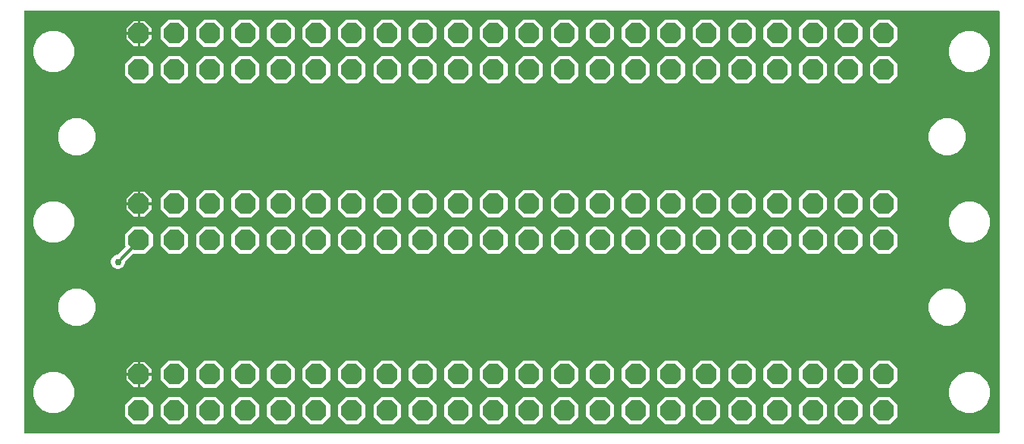
<source format=gbl>
G04 EAGLE Gerber RS-274X export*
G75*
%MOMM*%
%FSLAX34Y34*%
%LPD*%
%INBottom Copper*%
%IPPOS*%
%AMOC8*
5,1,8,0,0,1.08239X$1,22.5*%
G01*
%ADD10P,2.474344X8X202.500000*%
%ADD11P,2.474344X8X22.500000*%
%ADD12C,0.304800*%
%ADD13C,0.756400*%

G36*
X1093490Y5084D02*
X1093490Y5084D01*
X1093509Y5082D01*
X1093611Y5104D01*
X1093713Y5120D01*
X1093730Y5130D01*
X1093750Y5134D01*
X1093839Y5187D01*
X1093930Y5236D01*
X1093944Y5250D01*
X1093961Y5260D01*
X1094028Y5339D01*
X1094100Y5414D01*
X1094108Y5432D01*
X1094121Y5447D01*
X1094160Y5543D01*
X1094203Y5637D01*
X1094205Y5657D01*
X1094213Y5675D01*
X1094231Y5842D01*
X1094231Y476758D01*
X1094228Y476778D01*
X1094230Y476797D01*
X1094208Y476899D01*
X1094192Y477001D01*
X1094182Y477018D01*
X1094178Y477038D01*
X1094125Y477127D01*
X1094076Y477218D01*
X1094062Y477232D01*
X1094052Y477249D01*
X1093973Y477316D01*
X1093898Y477388D01*
X1093880Y477396D01*
X1093865Y477409D01*
X1093769Y477448D01*
X1093675Y477491D01*
X1093655Y477493D01*
X1093637Y477501D01*
X1093470Y477519D01*
X5842Y477519D01*
X5822Y477516D01*
X5803Y477518D01*
X5701Y477496D01*
X5599Y477480D01*
X5582Y477470D01*
X5562Y477466D01*
X5473Y477413D01*
X5382Y477364D01*
X5368Y477350D01*
X5351Y477340D01*
X5284Y477261D01*
X5212Y477186D01*
X5204Y477168D01*
X5191Y477153D01*
X5152Y477057D01*
X5109Y476963D01*
X5107Y476943D01*
X5099Y476925D01*
X5081Y476758D01*
X5081Y5842D01*
X5084Y5822D01*
X5082Y5803D01*
X5104Y5701D01*
X5120Y5599D01*
X5130Y5582D01*
X5134Y5562D01*
X5187Y5473D01*
X5236Y5382D01*
X5250Y5368D01*
X5260Y5351D01*
X5339Y5284D01*
X5414Y5212D01*
X5432Y5204D01*
X5447Y5191D01*
X5543Y5152D01*
X5637Y5109D01*
X5657Y5107D01*
X5675Y5099D01*
X5842Y5081D01*
X1093470Y5081D01*
X1093490Y5084D01*
G37*
%LPC*%
G36*
X1056157Y408939D02*
X1056157Y408939D01*
X1047754Y412420D01*
X1041324Y418850D01*
X1037843Y427253D01*
X1037843Y436347D01*
X1041324Y444750D01*
X1047754Y451180D01*
X1056157Y454661D01*
X1065251Y454661D01*
X1073654Y451180D01*
X1080084Y444750D01*
X1083565Y436347D01*
X1083565Y427253D01*
X1080084Y418850D01*
X1073654Y412420D01*
X1065251Y408939D01*
X1056157Y408939D01*
G37*
%LPD*%
%LPC*%
G36*
X33045Y408939D02*
X33045Y408939D01*
X24642Y412420D01*
X18212Y418850D01*
X14731Y427253D01*
X14731Y436347D01*
X18212Y444750D01*
X24642Y451180D01*
X33045Y454661D01*
X42139Y454661D01*
X50542Y451180D01*
X56972Y444750D01*
X60453Y436347D01*
X60453Y427253D01*
X56972Y418850D01*
X50542Y412420D01*
X42139Y408939D01*
X33045Y408939D01*
G37*
%LPD*%
%LPC*%
G36*
X33045Y27939D02*
X33045Y27939D01*
X24642Y31420D01*
X18212Y37850D01*
X14731Y46253D01*
X14731Y55347D01*
X18212Y63750D01*
X24642Y70180D01*
X33045Y73661D01*
X42139Y73661D01*
X50542Y70180D01*
X56972Y63750D01*
X60453Y55347D01*
X60453Y46253D01*
X56972Y37850D01*
X50542Y31420D01*
X42139Y27939D01*
X33045Y27939D01*
G37*
%LPD*%
%LPC*%
G36*
X1056157Y27939D02*
X1056157Y27939D01*
X1047754Y31420D01*
X1041324Y37850D01*
X1037843Y46253D01*
X1037843Y55347D01*
X1041324Y63750D01*
X1047754Y70180D01*
X1056157Y73661D01*
X1065251Y73661D01*
X1073654Y70180D01*
X1080084Y63750D01*
X1083565Y55347D01*
X1083565Y46253D01*
X1080084Y37850D01*
X1073654Y31420D01*
X1065251Y27939D01*
X1056157Y27939D01*
G37*
%LPD*%
%LPC*%
G36*
X1056157Y218439D02*
X1056157Y218439D01*
X1047754Y221920D01*
X1041324Y228350D01*
X1037843Y236753D01*
X1037843Y245847D01*
X1041324Y254250D01*
X1047754Y260680D01*
X1056157Y264161D01*
X1065251Y264161D01*
X1073654Y260680D01*
X1080084Y254250D01*
X1083565Y245847D01*
X1083565Y236753D01*
X1080084Y228350D01*
X1073654Y221920D01*
X1065251Y218439D01*
X1056157Y218439D01*
G37*
%LPD*%
%LPC*%
G36*
X33045Y218439D02*
X33045Y218439D01*
X24642Y221920D01*
X18212Y228350D01*
X14731Y236753D01*
X14731Y245847D01*
X18212Y254250D01*
X24642Y260680D01*
X33045Y264161D01*
X42139Y264161D01*
X50542Y260680D01*
X56972Y254250D01*
X60453Y245847D01*
X60453Y236753D01*
X56972Y228350D01*
X50542Y221920D01*
X42139Y218439D01*
X33045Y218439D01*
G37*
%LPD*%
%LPC*%
G36*
X59357Y315721D02*
X59357Y315721D01*
X51701Y318892D01*
X45842Y324751D01*
X42671Y332407D01*
X42671Y340693D01*
X45842Y348349D01*
X51701Y354208D01*
X59357Y357379D01*
X67643Y357379D01*
X75299Y354208D01*
X81158Y348349D01*
X84329Y340693D01*
X84329Y332407D01*
X81158Y324751D01*
X75299Y318892D01*
X67643Y315721D01*
X59357Y315721D01*
G37*
%LPD*%
%LPC*%
G36*
X59357Y125221D02*
X59357Y125221D01*
X51701Y128392D01*
X45842Y134251D01*
X42671Y141907D01*
X42671Y150193D01*
X45842Y157849D01*
X51701Y163708D01*
X59357Y166879D01*
X67643Y166879D01*
X75299Y163708D01*
X81158Y157849D01*
X84329Y150193D01*
X84329Y141907D01*
X81158Y134251D01*
X75299Y128392D01*
X67643Y125221D01*
X59357Y125221D01*
G37*
%LPD*%
%LPC*%
G36*
X1031669Y125221D02*
X1031669Y125221D01*
X1024013Y128392D01*
X1018154Y134251D01*
X1014983Y141907D01*
X1014983Y150193D01*
X1018154Y157849D01*
X1024013Y163708D01*
X1031669Y166879D01*
X1039955Y166879D01*
X1047611Y163708D01*
X1053470Y157849D01*
X1056641Y150193D01*
X1056641Y141907D01*
X1053470Y134251D01*
X1047611Y128392D01*
X1039955Y125221D01*
X1031669Y125221D01*
G37*
%LPD*%
%LPC*%
G36*
X1031669Y315721D02*
X1031669Y315721D01*
X1024013Y318892D01*
X1018154Y324751D01*
X1014983Y332407D01*
X1014983Y340693D01*
X1018154Y348349D01*
X1024013Y354208D01*
X1031669Y357379D01*
X1039955Y357379D01*
X1047611Y354208D01*
X1053470Y348349D01*
X1056641Y340693D01*
X1056641Y332407D01*
X1053470Y324751D01*
X1047611Y318892D01*
X1039955Y315721D01*
X1031669Y315721D01*
G37*
%LPD*%
%LPC*%
G36*
X107977Y189003D02*
X107977Y189003D01*
X105093Y190198D01*
X102885Y192405D01*
X101691Y195289D01*
X101691Y198411D01*
X102885Y201295D01*
X105093Y203502D01*
X107977Y204697D01*
X109165Y204697D01*
X109255Y204711D01*
X109346Y204719D01*
X109376Y204731D01*
X109408Y204736D01*
X109489Y204779D01*
X109573Y204815D01*
X109605Y204841D01*
X109625Y204852D01*
X109648Y204875D01*
X109704Y204920D01*
X117935Y213151D01*
X117947Y213168D01*
X117962Y213180D01*
X117993Y213228D01*
X118000Y213235D01*
X118006Y213247D01*
X118018Y213267D01*
X118079Y213351D01*
X118085Y213370D01*
X118095Y213387D01*
X118121Y213487D01*
X118151Y213586D01*
X118151Y213606D01*
X118155Y213625D01*
X118147Y213728D01*
X118145Y213832D01*
X118138Y213851D01*
X118136Y213871D01*
X118096Y213966D01*
X118060Y214063D01*
X118048Y214079D01*
X118040Y214097D01*
X117935Y214228D01*
X117601Y214562D01*
X117601Y227398D01*
X126678Y236475D01*
X139514Y236475D01*
X148591Y227398D01*
X148591Y214562D01*
X139514Y205485D01*
X126392Y205485D01*
X126302Y205471D01*
X126211Y205463D01*
X126181Y205451D01*
X126149Y205446D01*
X126068Y205403D01*
X125984Y205367D01*
X125952Y205341D01*
X125932Y205330D01*
X125909Y205307D01*
X125853Y205262D01*
X117607Y197016D01*
X117554Y196942D01*
X117495Y196873D01*
X117482Y196842D01*
X117464Y196816D01*
X117437Y196729D01*
X117403Y196644D01*
X117398Y196604D01*
X117391Y196581D01*
X117392Y196549D01*
X117384Y196478D01*
X117384Y195289D01*
X116190Y192405D01*
X113982Y190198D01*
X111098Y189003D01*
X107977Y189003D01*
G37*
%LPD*%
%LPC*%
G36*
X364422Y436625D02*
X364422Y436625D01*
X355345Y445702D01*
X355345Y458538D01*
X364422Y467615D01*
X377258Y467615D01*
X386335Y458538D01*
X386335Y445702D01*
X377258Y436625D01*
X364422Y436625D01*
G37*
%LPD*%
%LPC*%
G36*
X324798Y436625D02*
X324798Y436625D01*
X315721Y445702D01*
X315721Y458538D01*
X324798Y467615D01*
X337634Y467615D01*
X346711Y458538D01*
X346711Y445702D01*
X337634Y436625D01*
X324798Y436625D01*
G37*
%LPD*%
%LPC*%
G36*
X958782Y436625D02*
X958782Y436625D01*
X949705Y445702D01*
X949705Y458538D01*
X958782Y467615D01*
X971618Y467615D01*
X980695Y458538D01*
X980695Y445702D01*
X971618Y436625D01*
X958782Y436625D01*
G37*
%LPD*%
%LPC*%
G36*
X919158Y436625D02*
X919158Y436625D01*
X910081Y445702D01*
X910081Y458538D01*
X919158Y467615D01*
X931994Y467615D01*
X941071Y458538D01*
X941071Y445702D01*
X931994Y436625D01*
X919158Y436625D01*
G37*
%LPD*%
%LPC*%
G36*
X879534Y436625D02*
X879534Y436625D01*
X870457Y445702D01*
X870457Y458538D01*
X879534Y467615D01*
X892370Y467615D01*
X901447Y458538D01*
X901447Y445702D01*
X892370Y436625D01*
X879534Y436625D01*
G37*
%LPD*%
%LPC*%
G36*
X839910Y436625D02*
X839910Y436625D01*
X830833Y445702D01*
X830833Y458538D01*
X839910Y467615D01*
X852746Y467615D01*
X861823Y458538D01*
X861823Y445702D01*
X852746Y436625D01*
X839910Y436625D01*
G37*
%LPD*%
%LPC*%
G36*
X800286Y436625D02*
X800286Y436625D01*
X791209Y445702D01*
X791209Y458538D01*
X800286Y467615D01*
X813122Y467615D01*
X822199Y458538D01*
X822199Y445702D01*
X813122Y436625D01*
X800286Y436625D01*
G37*
%LPD*%
%LPC*%
G36*
X760662Y436625D02*
X760662Y436625D01*
X751585Y445702D01*
X751585Y458538D01*
X760662Y467615D01*
X773498Y467615D01*
X782575Y458538D01*
X782575Y445702D01*
X773498Y436625D01*
X760662Y436625D01*
G37*
%LPD*%
%LPC*%
G36*
X721038Y436625D02*
X721038Y436625D01*
X711961Y445702D01*
X711961Y458538D01*
X721038Y467615D01*
X733874Y467615D01*
X742951Y458538D01*
X742951Y445702D01*
X733874Y436625D01*
X721038Y436625D01*
G37*
%LPD*%
%LPC*%
G36*
X681414Y436625D02*
X681414Y436625D01*
X672337Y445702D01*
X672337Y458538D01*
X681414Y467615D01*
X694250Y467615D01*
X703327Y458538D01*
X703327Y445702D01*
X694250Y436625D01*
X681414Y436625D01*
G37*
%LPD*%
%LPC*%
G36*
X641790Y436625D02*
X641790Y436625D01*
X632713Y445702D01*
X632713Y458538D01*
X641790Y467615D01*
X654626Y467615D01*
X663703Y458538D01*
X663703Y445702D01*
X654626Y436625D01*
X641790Y436625D01*
G37*
%LPD*%
%LPC*%
G36*
X602166Y436625D02*
X602166Y436625D01*
X593089Y445702D01*
X593089Y458538D01*
X602166Y467615D01*
X615002Y467615D01*
X624079Y458538D01*
X624079Y445702D01*
X615002Y436625D01*
X602166Y436625D01*
G37*
%LPD*%
%LPC*%
G36*
X562542Y436625D02*
X562542Y436625D01*
X553465Y445702D01*
X553465Y458538D01*
X562542Y467615D01*
X575378Y467615D01*
X584455Y458538D01*
X584455Y445702D01*
X575378Y436625D01*
X562542Y436625D01*
G37*
%LPD*%
%LPC*%
G36*
X522918Y436625D02*
X522918Y436625D01*
X513841Y445702D01*
X513841Y458538D01*
X522918Y467615D01*
X535754Y467615D01*
X544831Y458538D01*
X544831Y445702D01*
X535754Y436625D01*
X522918Y436625D01*
G37*
%LPD*%
%LPC*%
G36*
X483294Y436625D02*
X483294Y436625D01*
X474217Y445702D01*
X474217Y458538D01*
X483294Y467615D01*
X496130Y467615D01*
X505207Y458538D01*
X505207Y445702D01*
X496130Y436625D01*
X483294Y436625D01*
G37*
%LPD*%
%LPC*%
G36*
X443670Y436625D02*
X443670Y436625D01*
X434593Y445702D01*
X434593Y458538D01*
X443670Y467615D01*
X456506Y467615D01*
X465583Y458538D01*
X465583Y445702D01*
X456506Y436625D01*
X443670Y436625D01*
G37*
%LPD*%
%LPC*%
G36*
X404046Y436625D02*
X404046Y436625D01*
X394969Y445702D01*
X394969Y458538D01*
X404046Y467615D01*
X416882Y467615D01*
X425959Y458538D01*
X425959Y445702D01*
X416882Y436625D01*
X404046Y436625D01*
G37*
%LPD*%
%LPC*%
G36*
X285174Y436625D02*
X285174Y436625D01*
X276097Y445702D01*
X276097Y458538D01*
X285174Y467615D01*
X298010Y467615D01*
X307087Y458538D01*
X307087Y445702D01*
X298010Y436625D01*
X285174Y436625D01*
G37*
%LPD*%
%LPC*%
G36*
X245550Y436625D02*
X245550Y436625D01*
X236473Y445702D01*
X236473Y458538D01*
X245550Y467615D01*
X258386Y467615D01*
X267463Y458538D01*
X267463Y445702D01*
X258386Y436625D01*
X245550Y436625D01*
G37*
%LPD*%
%LPC*%
G36*
X205926Y436625D02*
X205926Y436625D01*
X196849Y445702D01*
X196849Y458538D01*
X205926Y467615D01*
X218762Y467615D01*
X227839Y458538D01*
X227839Y445702D01*
X218762Y436625D01*
X205926Y436625D01*
G37*
%LPD*%
%LPC*%
G36*
X166302Y436625D02*
X166302Y436625D01*
X157225Y445702D01*
X157225Y458538D01*
X166302Y467615D01*
X179138Y467615D01*
X188215Y458538D01*
X188215Y445702D01*
X179138Y436625D01*
X166302Y436625D01*
G37*
%LPD*%
%LPC*%
G36*
X166302Y14985D02*
X166302Y14985D01*
X157225Y24062D01*
X157225Y36898D01*
X166302Y45975D01*
X179138Y45975D01*
X188215Y36898D01*
X188215Y24062D01*
X179138Y14985D01*
X166302Y14985D01*
G37*
%LPD*%
%LPC*%
G36*
X126678Y14985D02*
X126678Y14985D01*
X117601Y24062D01*
X117601Y36898D01*
X126678Y45975D01*
X139514Y45975D01*
X148591Y36898D01*
X148591Y24062D01*
X139514Y14985D01*
X126678Y14985D01*
G37*
%LPD*%
%LPC*%
G36*
X721038Y395985D02*
X721038Y395985D01*
X711961Y405062D01*
X711961Y417898D01*
X721038Y426975D01*
X733874Y426975D01*
X742951Y417898D01*
X742951Y405062D01*
X733874Y395985D01*
X721038Y395985D01*
G37*
%LPD*%
%LPC*%
G36*
X681414Y395985D02*
X681414Y395985D01*
X672337Y405062D01*
X672337Y417898D01*
X681414Y426975D01*
X694250Y426975D01*
X703327Y417898D01*
X703327Y405062D01*
X694250Y395985D01*
X681414Y395985D01*
G37*
%LPD*%
%LPC*%
G36*
X958782Y395985D02*
X958782Y395985D01*
X949705Y405062D01*
X949705Y417898D01*
X958782Y426975D01*
X971618Y426975D01*
X980695Y417898D01*
X980695Y405062D01*
X971618Y395985D01*
X958782Y395985D01*
G37*
%LPD*%
%LPC*%
G36*
X919158Y395985D02*
X919158Y395985D01*
X910081Y405062D01*
X910081Y417898D01*
X919158Y426975D01*
X931994Y426975D01*
X941071Y417898D01*
X941071Y405062D01*
X931994Y395985D01*
X919158Y395985D01*
G37*
%LPD*%
%LPC*%
G36*
X879534Y395985D02*
X879534Y395985D01*
X870457Y405062D01*
X870457Y417898D01*
X879534Y426975D01*
X892370Y426975D01*
X901447Y417898D01*
X901447Y405062D01*
X892370Y395985D01*
X879534Y395985D01*
G37*
%LPD*%
%LPC*%
G36*
X839910Y395985D02*
X839910Y395985D01*
X830833Y405062D01*
X830833Y417898D01*
X839910Y426975D01*
X852746Y426975D01*
X861823Y417898D01*
X861823Y405062D01*
X852746Y395985D01*
X839910Y395985D01*
G37*
%LPD*%
%LPC*%
G36*
X800286Y395985D02*
X800286Y395985D01*
X791209Y405062D01*
X791209Y417898D01*
X800286Y426975D01*
X813122Y426975D01*
X822199Y417898D01*
X822199Y405062D01*
X813122Y395985D01*
X800286Y395985D01*
G37*
%LPD*%
%LPC*%
G36*
X760662Y395985D02*
X760662Y395985D01*
X751585Y405062D01*
X751585Y417898D01*
X760662Y426975D01*
X773498Y426975D01*
X782575Y417898D01*
X782575Y405062D01*
X773498Y395985D01*
X760662Y395985D01*
G37*
%LPD*%
%LPC*%
G36*
X364422Y395985D02*
X364422Y395985D01*
X355345Y405062D01*
X355345Y417898D01*
X364422Y426975D01*
X377258Y426975D01*
X386335Y417898D01*
X386335Y405062D01*
X377258Y395985D01*
X364422Y395985D01*
G37*
%LPD*%
%LPC*%
G36*
X324798Y395985D02*
X324798Y395985D01*
X315721Y405062D01*
X315721Y417898D01*
X324798Y426975D01*
X337634Y426975D01*
X346711Y417898D01*
X346711Y405062D01*
X337634Y395985D01*
X324798Y395985D01*
G37*
%LPD*%
%LPC*%
G36*
X641790Y395985D02*
X641790Y395985D01*
X632713Y405062D01*
X632713Y417898D01*
X641790Y426975D01*
X654626Y426975D01*
X663703Y417898D01*
X663703Y405062D01*
X654626Y395985D01*
X641790Y395985D01*
G37*
%LPD*%
%LPC*%
G36*
X602166Y395985D02*
X602166Y395985D01*
X593089Y405062D01*
X593089Y417898D01*
X602166Y426975D01*
X615002Y426975D01*
X624079Y417898D01*
X624079Y405062D01*
X615002Y395985D01*
X602166Y395985D01*
G37*
%LPD*%
%LPC*%
G36*
X562542Y395985D02*
X562542Y395985D01*
X553465Y405062D01*
X553465Y417898D01*
X562542Y426975D01*
X575378Y426975D01*
X584455Y417898D01*
X584455Y405062D01*
X575378Y395985D01*
X562542Y395985D01*
G37*
%LPD*%
%LPC*%
G36*
X522918Y395985D02*
X522918Y395985D01*
X513841Y405062D01*
X513841Y417898D01*
X522918Y426975D01*
X535754Y426975D01*
X544831Y417898D01*
X544831Y405062D01*
X535754Y395985D01*
X522918Y395985D01*
G37*
%LPD*%
%LPC*%
G36*
X483294Y395985D02*
X483294Y395985D01*
X474217Y405062D01*
X474217Y417898D01*
X483294Y426975D01*
X496130Y426975D01*
X505207Y417898D01*
X505207Y405062D01*
X496130Y395985D01*
X483294Y395985D01*
G37*
%LPD*%
%LPC*%
G36*
X443670Y395985D02*
X443670Y395985D01*
X434593Y405062D01*
X434593Y417898D01*
X443670Y426975D01*
X456506Y426975D01*
X465583Y417898D01*
X465583Y405062D01*
X456506Y395985D01*
X443670Y395985D01*
G37*
%LPD*%
%LPC*%
G36*
X404046Y395985D02*
X404046Y395985D01*
X394969Y405062D01*
X394969Y417898D01*
X404046Y426975D01*
X416882Y426975D01*
X425959Y417898D01*
X425959Y405062D01*
X416882Y395985D01*
X404046Y395985D01*
G37*
%LPD*%
%LPC*%
G36*
X285174Y395985D02*
X285174Y395985D01*
X276097Y405062D01*
X276097Y417898D01*
X285174Y426975D01*
X298010Y426975D01*
X307087Y417898D01*
X307087Y405062D01*
X298010Y395985D01*
X285174Y395985D01*
G37*
%LPD*%
%LPC*%
G36*
X245550Y395985D02*
X245550Y395985D01*
X236473Y405062D01*
X236473Y417898D01*
X245550Y426975D01*
X258386Y426975D01*
X267463Y417898D01*
X267463Y405062D01*
X258386Y395985D01*
X245550Y395985D01*
G37*
%LPD*%
%LPC*%
G36*
X205926Y395985D02*
X205926Y395985D01*
X196849Y405062D01*
X196849Y417898D01*
X205926Y426975D01*
X218762Y426975D01*
X227839Y417898D01*
X227839Y405062D01*
X218762Y395985D01*
X205926Y395985D01*
G37*
%LPD*%
%LPC*%
G36*
X166302Y395985D02*
X166302Y395985D01*
X157225Y405062D01*
X157225Y417898D01*
X166302Y426975D01*
X179138Y426975D01*
X188215Y417898D01*
X188215Y405062D01*
X179138Y395985D01*
X166302Y395985D01*
G37*
%LPD*%
%LPC*%
G36*
X126678Y395985D02*
X126678Y395985D01*
X117601Y405062D01*
X117601Y417898D01*
X126678Y426975D01*
X139514Y426975D01*
X148591Y417898D01*
X148591Y405062D01*
X139514Y395985D01*
X126678Y395985D01*
G37*
%LPD*%
%LPC*%
G36*
X958782Y246125D02*
X958782Y246125D01*
X949705Y255202D01*
X949705Y268038D01*
X958782Y277115D01*
X971618Y277115D01*
X980695Y268038D01*
X980695Y255202D01*
X971618Y246125D01*
X958782Y246125D01*
G37*
%LPD*%
%LPC*%
G36*
X919158Y246125D02*
X919158Y246125D01*
X910081Y255202D01*
X910081Y268038D01*
X919158Y277115D01*
X931994Y277115D01*
X941071Y268038D01*
X941071Y255202D01*
X931994Y246125D01*
X919158Y246125D01*
G37*
%LPD*%
%LPC*%
G36*
X879534Y246125D02*
X879534Y246125D01*
X870457Y255202D01*
X870457Y268038D01*
X879534Y277115D01*
X892370Y277115D01*
X901447Y268038D01*
X901447Y255202D01*
X892370Y246125D01*
X879534Y246125D01*
G37*
%LPD*%
%LPC*%
G36*
X839910Y246125D02*
X839910Y246125D01*
X830833Y255202D01*
X830833Y268038D01*
X839910Y277115D01*
X852746Y277115D01*
X861823Y268038D01*
X861823Y255202D01*
X852746Y246125D01*
X839910Y246125D01*
G37*
%LPD*%
%LPC*%
G36*
X800286Y246125D02*
X800286Y246125D01*
X791209Y255202D01*
X791209Y268038D01*
X800286Y277115D01*
X813122Y277115D01*
X822199Y268038D01*
X822199Y255202D01*
X813122Y246125D01*
X800286Y246125D01*
G37*
%LPD*%
%LPC*%
G36*
X721038Y246125D02*
X721038Y246125D01*
X711961Y255202D01*
X711961Y268038D01*
X721038Y277115D01*
X733874Y277115D01*
X742951Y268038D01*
X742951Y255202D01*
X733874Y246125D01*
X721038Y246125D01*
G37*
%LPD*%
%LPC*%
G36*
X681414Y246125D02*
X681414Y246125D01*
X672337Y255202D01*
X672337Y268038D01*
X681414Y277115D01*
X694250Y277115D01*
X703327Y268038D01*
X703327Y255202D01*
X694250Y246125D01*
X681414Y246125D01*
G37*
%LPD*%
%LPC*%
G36*
X641790Y246125D02*
X641790Y246125D01*
X632713Y255202D01*
X632713Y268038D01*
X641790Y277115D01*
X654626Y277115D01*
X663703Y268038D01*
X663703Y255202D01*
X654626Y246125D01*
X641790Y246125D01*
G37*
%LPD*%
%LPC*%
G36*
X602166Y246125D02*
X602166Y246125D01*
X593089Y255202D01*
X593089Y268038D01*
X602166Y277115D01*
X615002Y277115D01*
X624079Y268038D01*
X624079Y255202D01*
X615002Y246125D01*
X602166Y246125D01*
G37*
%LPD*%
%LPC*%
G36*
X562542Y246125D02*
X562542Y246125D01*
X553465Y255202D01*
X553465Y268038D01*
X562542Y277115D01*
X575378Y277115D01*
X584455Y268038D01*
X584455Y255202D01*
X575378Y246125D01*
X562542Y246125D01*
G37*
%LPD*%
%LPC*%
G36*
X522918Y246125D02*
X522918Y246125D01*
X513841Y255202D01*
X513841Y268038D01*
X522918Y277115D01*
X535754Y277115D01*
X544831Y268038D01*
X544831Y255202D01*
X535754Y246125D01*
X522918Y246125D01*
G37*
%LPD*%
%LPC*%
G36*
X483294Y246125D02*
X483294Y246125D01*
X474217Y255202D01*
X474217Y268038D01*
X483294Y277115D01*
X496130Y277115D01*
X505207Y268038D01*
X505207Y255202D01*
X496130Y246125D01*
X483294Y246125D01*
G37*
%LPD*%
%LPC*%
G36*
X443670Y246125D02*
X443670Y246125D01*
X434593Y255202D01*
X434593Y268038D01*
X443670Y277115D01*
X456506Y277115D01*
X465583Y268038D01*
X465583Y255202D01*
X456506Y246125D01*
X443670Y246125D01*
G37*
%LPD*%
%LPC*%
G36*
X404046Y246125D02*
X404046Y246125D01*
X394969Y255202D01*
X394969Y268038D01*
X404046Y277115D01*
X416882Y277115D01*
X425959Y268038D01*
X425959Y255202D01*
X416882Y246125D01*
X404046Y246125D01*
G37*
%LPD*%
%LPC*%
G36*
X364422Y246125D02*
X364422Y246125D01*
X355345Y255202D01*
X355345Y268038D01*
X364422Y277115D01*
X377258Y277115D01*
X386335Y268038D01*
X386335Y255202D01*
X377258Y246125D01*
X364422Y246125D01*
G37*
%LPD*%
%LPC*%
G36*
X324798Y246125D02*
X324798Y246125D01*
X315721Y255202D01*
X315721Y268038D01*
X324798Y277115D01*
X337634Y277115D01*
X346711Y268038D01*
X346711Y255202D01*
X337634Y246125D01*
X324798Y246125D01*
G37*
%LPD*%
%LPC*%
G36*
X285174Y246125D02*
X285174Y246125D01*
X276097Y255202D01*
X276097Y268038D01*
X285174Y277115D01*
X298010Y277115D01*
X307087Y268038D01*
X307087Y255202D01*
X298010Y246125D01*
X285174Y246125D01*
G37*
%LPD*%
%LPC*%
G36*
X245550Y246125D02*
X245550Y246125D01*
X236473Y255202D01*
X236473Y268038D01*
X245550Y277115D01*
X258386Y277115D01*
X267463Y268038D01*
X267463Y255202D01*
X258386Y246125D01*
X245550Y246125D01*
G37*
%LPD*%
%LPC*%
G36*
X205926Y246125D02*
X205926Y246125D01*
X196849Y255202D01*
X196849Y268038D01*
X205926Y277115D01*
X218762Y277115D01*
X227839Y268038D01*
X227839Y255202D01*
X218762Y246125D01*
X205926Y246125D01*
G37*
%LPD*%
%LPC*%
G36*
X166302Y246125D02*
X166302Y246125D01*
X157225Y255202D01*
X157225Y268038D01*
X166302Y277115D01*
X179138Y277115D01*
X188215Y268038D01*
X188215Y255202D01*
X179138Y246125D01*
X166302Y246125D01*
G37*
%LPD*%
%LPC*%
G36*
X760662Y246125D02*
X760662Y246125D01*
X751585Y255202D01*
X751585Y268038D01*
X760662Y277115D01*
X773498Y277115D01*
X782575Y268038D01*
X782575Y255202D01*
X773498Y246125D01*
X760662Y246125D01*
G37*
%LPD*%
%LPC*%
G36*
X800286Y205485D02*
X800286Y205485D01*
X791209Y214562D01*
X791209Y227398D01*
X800286Y236475D01*
X813122Y236475D01*
X822199Y227398D01*
X822199Y214562D01*
X813122Y205485D01*
X800286Y205485D01*
G37*
%LPD*%
%LPC*%
G36*
X760662Y205485D02*
X760662Y205485D01*
X751585Y214562D01*
X751585Y227398D01*
X760662Y236475D01*
X773498Y236475D01*
X782575Y227398D01*
X782575Y214562D01*
X773498Y205485D01*
X760662Y205485D01*
G37*
%LPD*%
%LPC*%
G36*
X958782Y205485D02*
X958782Y205485D01*
X949705Y214562D01*
X949705Y227398D01*
X958782Y236475D01*
X971618Y236475D01*
X980695Y227398D01*
X980695Y214562D01*
X971618Y205485D01*
X958782Y205485D01*
G37*
%LPD*%
%LPC*%
G36*
X919158Y205485D02*
X919158Y205485D01*
X910081Y214562D01*
X910081Y227398D01*
X919158Y236475D01*
X931994Y236475D01*
X941071Y227398D01*
X941071Y214562D01*
X931994Y205485D01*
X919158Y205485D01*
G37*
%LPD*%
%LPC*%
G36*
X879534Y205485D02*
X879534Y205485D01*
X870457Y214562D01*
X870457Y227398D01*
X879534Y236475D01*
X892370Y236475D01*
X901447Y227398D01*
X901447Y214562D01*
X892370Y205485D01*
X879534Y205485D01*
G37*
%LPD*%
%LPC*%
G36*
X839910Y205485D02*
X839910Y205485D01*
X830833Y214562D01*
X830833Y227398D01*
X839910Y236475D01*
X852746Y236475D01*
X861823Y227398D01*
X861823Y214562D01*
X852746Y205485D01*
X839910Y205485D01*
G37*
%LPD*%
%LPC*%
G36*
X443670Y205485D02*
X443670Y205485D01*
X434593Y214562D01*
X434593Y227398D01*
X443670Y236475D01*
X456506Y236475D01*
X465583Y227398D01*
X465583Y214562D01*
X456506Y205485D01*
X443670Y205485D01*
G37*
%LPD*%
%LPC*%
G36*
X404046Y205485D02*
X404046Y205485D01*
X394969Y214562D01*
X394969Y227398D01*
X404046Y236475D01*
X416882Y236475D01*
X425959Y227398D01*
X425959Y214562D01*
X416882Y205485D01*
X404046Y205485D01*
G37*
%LPD*%
%LPC*%
G36*
X721038Y205485D02*
X721038Y205485D01*
X711961Y214562D01*
X711961Y227398D01*
X721038Y236475D01*
X733874Y236475D01*
X742951Y227398D01*
X742951Y214562D01*
X733874Y205485D01*
X721038Y205485D01*
G37*
%LPD*%
%LPC*%
G36*
X681414Y205485D02*
X681414Y205485D01*
X672337Y214562D01*
X672337Y227398D01*
X681414Y236475D01*
X694250Y236475D01*
X703327Y227398D01*
X703327Y214562D01*
X694250Y205485D01*
X681414Y205485D01*
G37*
%LPD*%
%LPC*%
G36*
X641790Y205485D02*
X641790Y205485D01*
X632713Y214562D01*
X632713Y227398D01*
X641790Y236475D01*
X654626Y236475D01*
X663703Y227398D01*
X663703Y214562D01*
X654626Y205485D01*
X641790Y205485D01*
G37*
%LPD*%
%LPC*%
G36*
X602166Y205485D02*
X602166Y205485D01*
X593089Y214562D01*
X593089Y227398D01*
X602166Y236475D01*
X615002Y236475D01*
X624079Y227398D01*
X624079Y214562D01*
X615002Y205485D01*
X602166Y205485D01*
G37*
%LPD*%
%LPC*%
G36*
X562542Y205485D02*
X562542Y205485D01*
X553465Y214562D01*
X553465Y227398D01*
X562542Y236475D01*
X575378Y236475D01*
X584455Y227398D01*
X584455Y214562D01*
X575378Y205485D01*
X562542Y205485D01*
G37*
%LPD*%
%LPC*%
G36*
X522918Y205485D02*
X522918Y205485D01*
X513841Y214562D01*
X513841Y227398D01*
X522918Y236475D01*
X535754Y236475D01*
X544831Y227398D01*
X544831Y214562D01*
X535754Y205485D01*
X522918Y205485D01*
G37*
%LPD*%
%LPC*%
G36*
X483294Y205485D02*
X483294Y205485D01*
X474217Y214562D01*
X474217Y227398D01*
X483294Y236475D01*
X496130Y236475D01*
X505207Y227398D01*
X505207Y214562D01*
X496130Y205485D01*
X483294Y205485D01*
G37*
%LPD*%
%LPC*%
G36*
X364422Y205485D02*
X364422Y205485D01*
X355345Y214562D01*
X355345Y227398D01*
X364422Y236475D01*
X377258Y236475D01*
X386335Y227398D01*
X386335Y214562D01*
X377258Y205485D01*
X364422Y205485D01*
G37*
%LPD*%
%LPC*%
G36*
X324798Y205485D02*
X324798Y205485D01*
X315721Y214562D01*
X315721Y227398D01*
X324798Y236475D01*
X337634Y236475D01*
X346711Y227398D01*
X346711Y214562D01*
X337634Y205485D01*
X324798Y205485D01*
G37*
%LPD*%
%LPC*%
G36*
X285174Y205485D02*
X285174Y205485D01*
X276097Y214562D01*
X276097Y227398D01*
X285174Y236475D01*
X298010Y236475D01*
X307087Y227398D01*
X307087Y214562D01*
X298010Y205485D01*
X285174Y205485D01*
G37*
%LPD*%
%LPC*%
G36*
X245550Y205485D02*
X245550Y205485D01*
X236473Y214562D01*
X236473Y227398D01*
X245550Y236475D01*
X258386Y236475D01*
X267463Y227398D01*
X267463Y214562D01*
X258386Y205485D01*
X245550Y205485D01*
G37*
%LPD*%
%LPC*%
G36*
X205926Y205485D02*
X205926Y205485D01*
X196849Y214562D01*
X196849Y227398D01*
X205926Y236475D01*
X218762Y236475D01*
X227839Y227398D01*
X227839Y214562D01*
X218762Y205485D01*
X205926Y205485D01*
G37*
%LPD*%
%LPC*%
G36*
X166302Y205485D02*
X166302Y205485D01*
X157225Y214562D01*
X157225Y227398D01*
X166302Y236475D01*
X179138Y236475D01*
X188215Y227398D01*
X188215Y214562D01*
X179138Y205485D01*
X166302Y205485D01*
G37*
%LPD*%
%LPC*%
G36*
X205926Y55625D02*
X205926Y55625D01*
X196849Y64702D01*
X196849Y77538D01*
X205926Y86615D01*
X218762Y86615D01*
X227839Y77538D01*
X227839Y64702D01*
X218762Y55625D01*
X205926Y55625D01*
G37*
%LPD*%
%LPC*%
G36*
X166302Y55625D02*
X166302Y55625D01*
X157225Y64702D01*
X157225Y77538D01*
X166302Y86615D01*
X179138Y86615D01*
X188215Y77538D01*
X188215Y64702D01*
X179138Y55625D01*
X166302Y55625D01*
G37*
%LPD*%
%LPC*%
G36*
X958782Y55625D02*
X958782Y55625D01*
X949705Y64702D01*
X949705Y77538D01*
X958782Y86615D01*
X971618Y86615D01*
X980695Y77538D01*
X980695Y64702D01*
X971618Y55625D01*
X958782Y55625D01*
G37*
%LPD*%
%LPC*%
G36*
X919158Y55625D02*
X919158Y55625D01*
X910081Y64702D01*
X910081Y77538D01*
X919158Y86615D01*
X931994Y86615D01*
X941071Y77538D01*
X941071Y64702D01*
X931994Y55625D01*
X919158Y55625D01*
G37*
%LPD*%
%LPC*%
G36*
X879534Y55625D02*
X879534Y55625D01*
X870457Y64702D01*
X870457Y77538D01*
X879534Y86615D01*
X892370Y86615D01*
X901447Y77538D01*
X901447Y64702D01*
X892370Y55625D01*
X879534Y55625D01*
G37*
%LPD*%
%LPC*%
G36*
X839910Y55625D02*
X839910Y55625D01*
X830833Y64702D01*
X830833Y77538D01*
X839910Y86615D01*
X852746Y86615D01*
X861823Y77538D01*
X861823Y64702D01*
X852746Y55625D01*
X839910Y55625D01*
G37*
%LPD*%
%LPC*%
G36*
X800286Y55625D02*
X800286Y55625D01*
X791209Y64702D01*
X791209Y77538D01*
X800286Y86615D01*
X813122Y86615D01*
X822199Y77538D01*
X822199Y64702D01*
X813122Y55625D01*
X800286Y55625D01*
G37*
%LPD*%
%LPC*%
G36*
X760662Y55625D02*
X760662Y55625D01*
X751585Y64702D01*
X751585Y77538D01*
X760662Y86615D01*
X773498Y86615D01*
X782575Y77538D01*
X782575Y64702D01*
X773498Y55625D01*
X760662Y55625D01*
G37*
%LPD*%
%LPC*%
G36*
X721038Y55625D02*
X721038Y55625D01*
X711961Y64702D01*
X711961Y77538D01*
X721038Y86615D01*
X733874Y86615D01*
X742951Y77538D01*
X742951Y64702D01*
X733874Y55625D01*
X721038Y55625D01*
G37*
%LPD*%
%LPC*%
G36*
X681414Y55625D02*
X681414Y55625D01*
X672337Y64702D01*
X672337Y77538D01*
X681414Y86615D01*
X694250Y86615D01*
X703327Y77538D01*
X703327Y64702D01*
X694250Y55625D01*
X681414Y55625D01*
G37*
%LPD*%
%LPC*%
G36*
X641790Y55625D02*
X641790Y55625D01*
X632713Y64702D01*
X632713Y77538D01*
X641790Y86615D01*
X654626Y86615D01*
X663703Y77538D01*
X663703Y64702D01*
X654626Y55625D01*
X641790Y55625D01*
G37*
%LPD*%
%LPC*%
G36*
X602166Y55625D02*
X602166Y55625D01*
X593089Y64702D01*
X593089Y77538D01*
X602166Y86615D01*
X615002Y86615D01*
X624079Y77538D01*
X624079Y64702D01*
X615002Y55625D01*
X602166Y55625D01*
G37*
%LPD*%
%LPC*%
G36*
X562542Y55625D02*
X562542Y55625D01*
X553465Y64702D01*
X553465Y77538D01*
X562542Y86615D01*
X575378Y86615D01*
X584455Y77538D01*
X584455Y64702D01*
X575378Y55625D01*
X562542Y55625D01*
G37*
%LPD*%
%LPC*%
G36*
X522918Y55625D02*
X522918Y55625D01*
X513841Y64702D01*
X513841Y77538D01*
X522918Y86615D01*
X535754Y86615D01*
X544831Y77538D01*
X544831Y64702D01*
X535754Y55625D01*
X522918Y55625D01*
G37*
%LPD*%
%LPC*%
G36*
X483294Y55625D02*
X483294Y55625D01*
X474217Y64702D01*
X474217Y77538D01*
X483294Y86615D01*
X496130Y86615D01*
X505207Y77538D01*
X505207Y64702D01*
X496130Y55625D01*
X483294Y55625D01*
G37*
%LPD*%
%LPC*%
G36*
X443670Y55625D02*
X443670Y55625D01*
X434593Y64702D01*
X434593Y77538D01*
X443670Y86615D01*
X456506Y86615D01*
X465583Y77538D01*
X465583Y64702D01*
X456506Y55625D01*
X443670Y55625D01*
G37*
%LPD*%
%LPC*%
G36*
X404046Y55625D02*
X404046Y55625D01*
X394969Y64702D01*
X394969Y77538D01*
X404046Y86615D01*
X416882Y86615D01*
X425959Y77538D01*
X425959Y64702D01*
X416882Y55625D01*
X404046Y55625D01*
G37*
%LPD*%
%LPC*%
G36*
X364422Y55625D02*
X364422Y55625D01*
X355345Y64702D01*
X355345Y77538D01*
X364422Y86615D01*
X377258Y86615D01*
X386335Y77538D01*
X386335Y64702D01*
X377258Y55625D01*
X364422Y55625D01*
G37*
%LPD*%
%LPC*%
G36*
X324798Y55625D02*
X324798Y55625D01*
X315721Y64702D01*
X315721Y77538D01*
X324798Y86615D01*
X337634Y86615D01*
X346711Y77538D01*
X346711Y64702D01*
X337634Y55625D01*
X324798Y55625D01*
G37*
%LPD*%
%LPC*%
G36*
X285174Y55625D02*
X285174Y55625D01*
X276097Y64702D01*
X276097Y77538D01*
X285174Y86615D01*
X298010Y86615D01*
X307087Y77538D01*
X307087Y64702D01*
X298010Y55625D01*
X285174Y55625D01*
G37*
%LPD*%
%LPC*%
G36*
X245550Y55625D02*
X245550Y55625D01*
X236473Y64702D01*
X236473Y77538D01*
X245550Y86615D01*
X258386Y86615D01*
X267463Y77538D01*
X267463Y64702D01*
X258386Y55625D01*
X245550Y55625D01*
G37*
%LPD*%
%LPC*%
G36*
X958782Y14985D02*
X958782Y14985D01*
X949705Y24062D01*
X949705Y36898D01*
X958782Y45975D01*
X971618Y45975D01*
X980695Y36898D01*
X980695Y24062D01*
X971618Y14985D01*
X958782Y14985D01*
G37*
%LPD*%
%LPC*%
G36*
X919158Y14985D02*
X919158Y14985D01*
X910081Y24062D01*
X910081Y36898D01*
X919158Y45975D01*
X931994Y45975D01*
X941071Y36898D01*
X941071Y24062D01*
X931994Y14985D01*
X919158Y14985D01*
G37*
%LPD*%
%LPC*%
G36*
X879534Y14985D02*
X879534Y14985D01*
X870457Y24062D01*
X870457Y36898D01*
X879534Y45975D01*
X892370Y45975D01*
X901447Y36898D01*
X901447Y24062D01*
X892370Y14985D01*
X879534Y14985D01*
G37*
%LPD*%
%LPC*%
G36*
X839910Y14985D02*
X839910Y14985D01*
X830833Y24062D01*
X830833Y36898D01*
X839910Y45975D01*
X852746Y45975D01*
X861823Y36898D01*
X861823Y24062D01*
X852746Y14985D01*
X839910Y14985D01*
G37*
%LPD*%
%LPC*%
G36*
X800286Y14985D02*
X800286Y14985D01*
X791209Y24062D01*
X791209Y36898D01*
X800286Y45975D01*
X813122Y45975D01*
X822199Y36898D01*
X822199Y24062D01*
X813122Y14985D01*
X800286Y14985D01*
G37*
%LPD*%
%LPC*%
G36*
X760662Y14985D02*
X760662Y14985D01*
X751585Y24062D01*
X751585Y36898D01*
X760662Y45975D01*
X773498Y45975D01*
X782575Y36898D01*
X782575Y24062D01*
X773498Y14985D01*
X760662Y14985D01*
G37*
%LPD*%
%LPC*%
G36*
X721038Y14985D02*
X721038Y14985D01*
X711961Y24062D01*
X711961Y36898D01*
X721038Y45975D01*
X733874Y45975D01*
X742951Y36898D01*
X742951Y24062D01*
X733874Y14985D01*
X721038Y14985D01*
G37*
%LPD*%
%LPC*%
G36*
X681414Y14985D02*
X681414Y14985D01*
X672337Y24062D01*
X672337Y36898D01*
X681414Y45975D01*
X694250Y45975D01*
X703327Y36898D01*
X703327Y24062D01*
X694250Y14985D01*
X681414Y14985D01*
G37*
%LPD*%
%LPC*%
G36*
X641790Y14985D02*
X641790Y14985D01*
X632713Y24062D01*
X632713Y36898D01*
X641790Y45975D01*
X654626Y45975D01*
X663703Y36898D01*
X663703Y24062D01*
X654626Y14985D01*
X641790Y14985D01*
G37*
%LPD*%
%LPC*%
G36*
X602166Y14985D02*
X602166Y14985D01*
X593089Y24062D01*
X593089Y36898D01*
X602166Y45975D01*
X615002Y45975D01*
X624079Y36898D01*
X624079Y24062D01*
X615002Y14985D01*
X602166Y14985D01*
G37*
%LPD*%
%LPC*%
G36*
X562542Y14985D02*
X562542Y14985D01*
X553465Y24062D01*
X553465Y36898D01*
X562542Y45975D01*
X575378Y45975D01*
X584455Y36898D01*
X584455Y24062D01*
X575378Y14985D01*
X562542Y14985D01*
G37*
%LPD*%
%LPC*%
G36*
X522918Y14985D02*
X522918Y14985D01*
X513841Y24062D01*
X513841Y36898D01*
X522918Y45975D01*
X535754Y45975D01*
X544831Y36898D01*
X544831Y24062D01*
X535754Y14985D01*
X522918Y14985D01*
G37*
%LPD*%
%LPC*%
G36*
X483294Y14985D02*
X483294Y14985D01*
X474217Y24062D01*
X474217Y36898D01*
X483294Y45975D01*
X496130Y45975D01*
X505207Y36898D01*
X505207Y24062D01*
X496130Y14985D01*
X483294Y14985D01*
G37*
%LPD*%
%LPC*%
G36*
X443670Y14985D02*
X443670Y14985D01*
X434593Y24062D01*
X434593Y36898D01*
X443670Y45975D01*
X456506Y45975D01*
X465583Y36898D01*
X465583Y24062D01*
X456506Y14985D01*
X443670Y14985D01*
G37*
%LPD*%
%LPC*%
G36*
X404046Y14985D02*
X404046Y14985D01*
X394969Y24062D01*
X394969Y36898D01*
X404046Y45975D01*
X416882Y45975D01*
X425959Y36898D01*
X425959Y24062D01*
X416882Y14985D01*
X404046Y14985D01*
G37*
%LPD*%
%LPC*%
G36*
X364422Y14985D02*
X364422Y14985D01*
X355345Y24062D01*
X355345Y36898D01*
X364422Y45975D01*
X377258Y45975D01*
X386335Y36898D01*
X386335Y24062D01*
X377258Y14985D01*
X364422Y14985D01*
G37*
%LPD*%
%LPC*%
G36*
X324798Y14985D02*
X324798Y14985D01*
X315721Y24062D01*
X315721Y36898D01*
X324798Y45975D01*
X337634Y45975D01*
X346711Y36898D01*
X346711Y24062D01*
X337634Y14985D01*
X324798Y14985D01*
G37*
%LPD*%
%LPC*%
G36*
X285174Y14985D02*
X285174Y14985D01*
X276097Y24062D01*
X276097Y36898D01*
X285174Y45975D01*
X298010Y45975D01*
X307087Y36898D01*
X307087Y24062D01*
X298010Y14985D01*
X285174Y14985D01*
G37*
%LPD*%
%LPC*%
G36*
X245550Y14985D02*
X245550Y14985D01*
X236473Y24062D01*
X236473Y36898D01*
X245550Y45975D01*
X258386Y45975D01*
X267463Y36898D01*
X267463Y24062D01*
X258386Y14985D01*
X245550Y14985D01*
G37*
%LPD*%
%LPC*%
G36*
X205926Y14985D02*
X205926Y14985D01*
X196849Y24062D01*
X196849Y36898D01*
X205926Y45975D01*
X218762Y45975D01*
X227839Y36898D01*
X227839Y24062D01*
X218762Y14985D01*
X205926Y14985D01*
G37*
%LPD*%
%LPC*%
G36*
X134619Y453643D02*
X134619Y453643D01*
X134619Y466091D01*
X138883Y466091D01*
X147067Y457907D01*
X147067Y453643D01*
X134619Y453643D01*
G37*
%LPD*%
%LPC*%
G36*
X134619Y263143D02*
X134619Y263143D01*
X134619Y275591D01*
X138883Y275591D01*
X147067Y267407D01*
X147067Y263143D01*
X134619Y263143D01*
G37*
%LPD*%
%LPC*%
G36*
X134619Y72643D02*
X134619Y72643D01*
X134619Y85091D01*
X138883Y85091D01*
X147067Y76907D01*
X147067Y72643D01*
X134619Y72643D01*
G37*
%LPD*%
%LPC*%
G36*
X119125Y453643D02*
X119125Y453643D01*
X119125Y457907D01*
X127309Y466091D01*
X131573Y466091D01*
X131573Y453643D01*
X119125Y453643D01*
G37*
%LPD*%
%LPC*%
G36*
X119125Y263143D02*
X119125Y263143D01*
X119125Y267407D01*
X127309Y275591D01*
X131573Y275591D01*
X131573Y263143D01*
X119125Y263143D01*
G37*
%LPD*%
%LPC*%
G36*
X119125Y72643D02*
X119125Y72643D01*
X119125Y76907D01*
X127309Y85091D01*
X131573Y85091D01*
X131573Y72643D01*
X119125Y72643D01*
G37*
%LPD*%
%LPC*%
G36*
X134619Y57149D02*
X134619Y57149D01*
X134619Y69597D01*
X147067Y69597D01*
X147067Y65333D01*
X138883Y57149D01*
X134619Y57149D01*
G37*
%LPD*%
%LPC*%
G36*
X134619Y247649D02*
X134619Y247649D01*
X134619Y260097D01*
X147067Y260097D01*
X147067Y255833D01*
X138883Y247649D01*
X134619Y247649D01*
G37*
%LPD*%
%LPC*%
G36*
X134619Y438149D02*
X134619Y438149D01*
X134619Y450597D01*
X147067Y450597D01*
X147067Y446333D01*
X138883Y438149D01*
X134619Y438149D01*
G37*
%LPD*%
%LPC*%
G36*
X127309Y57149D02*
X127309Y57149D01*
X119125Y65333D01*
X119125Y69597D01*
X131573Y69597D01*
X131573Y57149D01*
X127309Y57149D01*
G37*
%LPD*%
%LPC*%
G36*
X127309Y438149D02*
X127309Y438149D01*
X119125Y446333D01*
X119125Y450597D01*
X131573Y450597D01*
X131573Y438149D01*
X127309Y438149D01*
G37*
%LPD*%
%LPC*%
G36*
X127309Y247649D02*
X127309Y247649D01*
X119125Y255833D01*
X119125Y260097D01*
X131573Y260097D01*
X131573Y247649D01*
X127309Y247649D01*
G37*
%LPD*%
%LPC*%
G36*
X133095Y452119D02*
X133095Y452119D01*
X133095Y452121D01*
X133097Y452121D01*
X133097Y452119D01*
X133095Y452119D01*
G37*
%LPD*%
%LPC*%
G36*
X133095Y71119D02*
X133095Y71119D01*
X133095Y71121D01*
X133097Y71121D01*
X133097Y71119D01*
X133095Y71119D01*
G37*
%LPD*%
%LPC*%
G36*
X133095Y261619D02*
X133095Y261619D01*
X133095Y261621D01*
X133097Y261621D01*
X133097Y261619D01*
X133095Y261619D01*
G37*
%LPD*%
D10*
X568960Y261620D03*
X568960Y220980D03*
X608584Y261620D03*
X648208Y261620D03*
X687832Y261620D03*
X727456Y261620D03*
X767080Y261620D03*
X806704Y261620D03*
X846328Y261620D03*
X885952Y261620D03*
X925576Y261620D03*
X965200Y261620D03*
X608584Y220980D03*
X648208Y220980D03*
X687832Y220980D03*
X727456Y220980D03*
X767080Y220980D03*
X806704Y220980D03*
X846328Y220980D03*
X885952Y220980D03*
X925576Y220980D03*
X965200Y220980D03*
D11*
X529336Y220980D03*
X529336Y261620D03*
X489712Y220980D03*
X450088Y220980D03*
X410464Y220980D03*
X370840Y220980D03*
X331216Y220980D03*
X291592Y220980D03*
X251968Y220980D03*
X212344Y220980D03*
X172720Y220980D03*
X133096Y220980D03*
X489712Y261620D03*
X450088Y261620D03*
X410464Y261620D03*
X370840Y261620D03*
X331216Y261620D03*
X291592Y261620D03*
X251968Y261620D03*
X212344Y261620D03*
X172720Y261620D03*
X133096Y261620D03*
D10*
X568960Y71120D03*
X568960Y30480D03*
X608584Y71120D03*
X648208Y71120D03*
X687832Y71120D03*
X727456Y71120D03*
X767080Y71120D03*
X806704Y71120D03*
X846328Y71120D03*
X885952Y71120D03*
X925576Y71120D03*
X965200Y71120D03*
X608584Y30480D03*
X648208Y30480D03*
X687832Y30480D03*
X727456Y30480D03*
X767080Y30480D03*
X806704Y30480D03*
X846328Y30480D03*
X885952Y30480D03*
X925576Y30480D03*
X965200Y30480D03*
D11*
X529336Y30480D03*
X529336Y71120D03*
X489712Y30480D03*
X450088Y30480D03*
X410464Y30480D03*
X370840Y30480D03*
X331216Y30480D03*
X291592Y30480D03*
X251968Y30480D03*
X212344Y30480D03*
X172720Y30480D03*
X133096Y30480D03*
X489712Y71120D03*
X450088Y71120D03*
X410464Y71120D03*
X370840Y71120D03*
X331216Y71120D03*
X291592Y71120D03*
X251968Y71120D03*
X212344Y71120D03*
X172720Y71120D03*
X133096Y71120D03*
D10*
X568960Y452120D03*
X568960Y411480D03*
X608584Y452120D03*
X648208Y452120D03*
X687832Y452120D03*
X727456Y452120D03*
X767080Y452120D03*
X806704Y452120D03*
X846328Y452120D03*
X885952Y452120D03*
X925576Y452120D03*
X965200Y452120D03*
X608584Y411480D03*
X648208Y411480D03*
X687832Y411480D03*
X727456Y411480D03*
X767080Y411480D03*
X806704Y411480D03*
X846328Y411480D03*
X885952Y411480D03*
X925576Y411480D03*
X965200Y411480D03*
D11*
X529336Y411480D03*
X529336Y452120D03*
X489712Y411480D03*
X450088Y411480D03*
X410464Y411480D03*
X370840Y411480D03*
X331216Y411480D03*
X291592Y411480D03*
X251968Y411480D03*
X212344Y411480D03*
X172720Y411480D03*
X133096Y411480D03*
X489712Y452120D03*
X450088Y452120D03*
X410464Y452120D03*
X370840Y452120D03*
X331216Y452120D03*
X291592Y452120D03*
X251968Y452120D03*
X212344Y452120D03*
X172720Y452120D03*
X133096Y452120D03*
D12*
X131763Y219075D02*
X109538Y196850D01*
X131763Y219075D02*
X131763Y220663D01*
X133096Y220980D01*
D13*
X109538Y196850D03*
M02*

</source>
